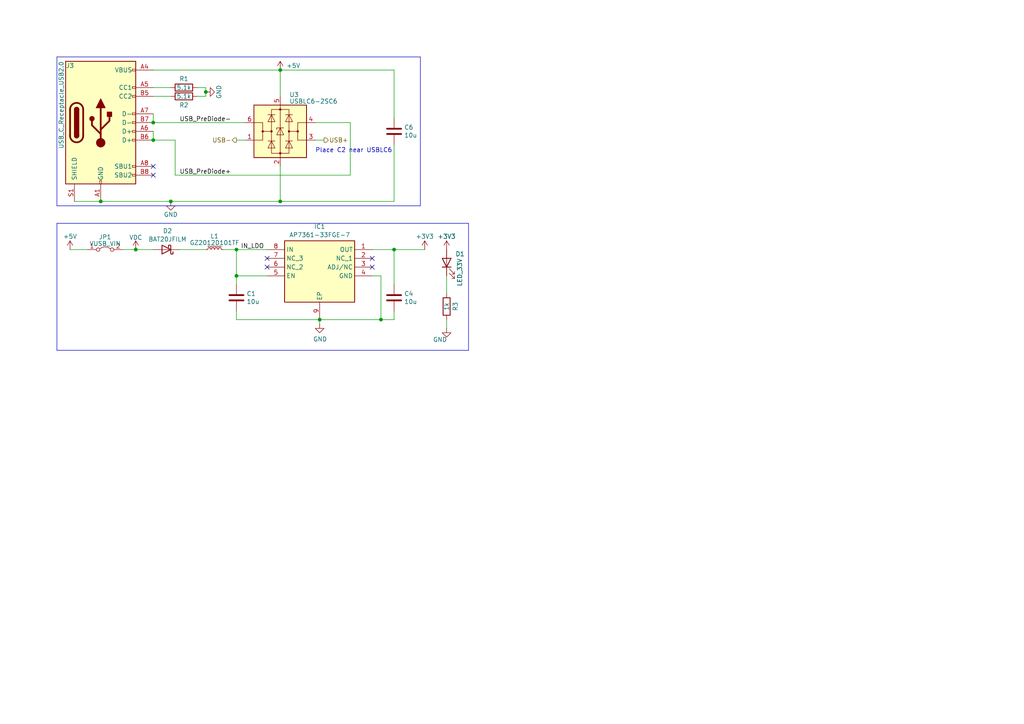
<source format=kicad_sch>
(kicad_sch (version 20231120) (generator "eeschema") (generator_version "8.0")
  (paper "A4")
  (lib_symbols
    (symbol "AREA_composant:AP7361-33FGE-7"
      (property "Reference" "IC" (at 26.67 7.62 0))
      (property "Value" "AP7361-33FGE-7" (at -11.43 8.89 0))
      (symbol "AP7361-33FGE-7_1_1"
        (rectangle (start -10.16 -11.43) (end 10.16 6.35) (stroke (width 0.254)) (fill (type background)))
        (pin passive line (at 15.24 3.81 180) (length 5.08) (name "OUT") (number "1"))
        (pin passive line (at 15.24 1.27 180) (length 5.08) (name "NC_1") (number "2"))
        (pin passive line (at 15.24 -1.27 180) (length 5.08) (name "ADJ/NC") (number "3"))
        (pin passive line (at 15.24 -3.81 180) (length 5.08) (name "GND") (number "4"))
        (pin passive line (at -15.24 -3.81 0) (length 5.08) (name "EN") (number "5"))
        (pin passive line (at -15.24 -1.27 0) (length 5.08) (name "NC_2") (number "6"))
        (pin passive line (at -15.24 1.27 0) (length 5.08) (name "NC_3") (number "7"))
        (pin passive line (at -15.24 3.81 0) (length 5.08) (name "IN") (number "8"))
        (pin passive line (at 0 -16.51 90) (length 5.08) (name "EP") (number "9"))
      )
    )
    (symbol "Device:C" (pin_numbers hide) (pin_names (offset 0.254))
      (property "Reference" "C" (at 0.635 2.54 0))
      (property "Value" "C" (at 0.635 -2.54 0))
      (symbol "C_0_1"
        (polyline (pts (xy -2.032 -0.762) (xy 2.032 -0.762)) (stroke (width 0.508)))
        (polyline (pts (xy -2.032 0.762) (xy 2.032 0.762)) (stroke (width 0.508)))
      )
      (symbol "C_1_1"
        (pin passive line (at 0 3.81 270) (length 2.794) (name "~") (number "1"))
        (pin passive line (at 0 -3.81 90) (length 2.794) (name "~") (number "2"))
      )
    )
    (symbol "Device:D_Schottky" (pin_numbers hide) (pin_names (offset 1.016) hide)
      (property "Reference" "D" (at 0 2.54 0))
      (property "Value" "D_Schottky" (at 0 -2.54 0))
      (symbol "D_Schottky_0_1"
        (polyline (pts (xy 1.27 0) (xy -1.27 0)))
        (polyline (pts (xy 1.27 1.27) (xy 1.27 -1.27) (xy -1.27 0) (xy 1.27 1.27)) (stroke (width 0.254)))
        (polyline (pts (xy -1.905 0.635) (xy -1.905 1.27) (xy -1.27 1.27) (xy -1.27 -1.27) (xy -0.635 -1.27) (xy -0.635 -0.635)) (stroke (width 0.254)))
      )
      (symbol "D_Schottky_1_1"
        (pin passive line (at -3.81 0 0) (length 2.54) (name "K") (number "1"))
        (pin passive line (at 3.81 0 180) (length 2.54) (name "A") (number "2"))
      )
    )
    (symbol "Device:LED" (pin_numbers hide) (pin_names (offset 1.016) hide)
      (property "Reference" "D" (at 0 2.54 0))
      (property "Value" "LED" (at 0 -2.54 0))
      (symbol "LED_0_1"
        (polyline (pts (xy -1.27 -1.27) (xy -1.27 1.27)) (stroke (width 0.254)))
        (polyline (pts (xy -1.27 0) (xy 1.27 0)))
        (polyline (pts (xy 1.27 -1.27) (xy 1.27 1.27) (xy -1.27 0) (xy 1.27 -1.27)) (stroke (width 0.254)))
        (polyline (pts (xy -3.048 -0.762) (xy -4.572 -2.286) (xy -3.81 -2.286) (xy -4.572 -2.286) (xy -4.572 -1.524)))
        (polyline (pts (xy -1.778 -0.762) (xy -3.302 -2.286) (xy -2.54 -2.286) (xy -3.302 -2.286) (xy -3.302 -1.524)))
      )
      (symbol "LED_1_1"
        (pin passive line (at -3.81 0 0) (length 2.54) (name "K") (number "1"))
        (pin passive line (at 3.81 0 180) (length 2.54) (name "A") (number "2"))
      )
    )
    (symbol "Device:L_Ferrite_Small" (pin_numbers hide) (pin_names (offset 0.254) hide)
      (property "Reference" "L" (at 1.27 1.016 0))
      (property "Value" "L_Ferrite_Small" (at 1.27 -1.27 0))
      (symbol "L_Ferrite_Small_0_1"
        (arc (start 0 -2.032) (mid 0.5058 -1.524) (end 0 -1.016))
        (arc (start 0 -1.016) (mid 0.5058 -0.508) (end 0 0))
        (polyline (pts (xy 0.762 -1.905) (xy 0.762 -1.651)))
        (polyline (pts (xy 0.762 -1.397) (xy 0.762 -1.143)))
        (polyline (pts (xy 0.762 -0.889) (xy 0.762 -0.635)))
        (polyline (pts (xy 0.762 -0.381) (xy 0.762 -0.127)))
        (polyline (pts (xy 0.762 0.127) (xy 0.762 0.381)))
        (polyline (pts (xy 0.762 0.635) (xy 0.762 0.889)))
        (polyline (pts (xy 0.762 1.143) (xy 0.762 1.397)))
        (polyline (pts (xy 0.762 1.651) (xy 0.762 1.905)))
        (polyline (pts (xy 1.016 -1.651) (xy 1.016 -1.905)))
        (polyline (pts (xy 1.016 -1.143) (xy 1.016 -1.397)))
        (polyline (pts (xy 1.016 -0.635) (xy 1.016 -0.889)))
        (polyline (pts (xy 1.016 -0.127) (xy 1.016 -0.381)))
        (polyline (pts (xy 1.016 0.381) (xy 1.016 0.127)))
        (polyline (pts (xy 1.016 0.889) (xy 1.016 0.635)))
        (polyline (pts (xy 1.016 1.397) (xy 1.016 1.143)))
        (polyline (pts (xy 1.016 1.905) (xy 1.016 1.651)))
        (arc (start 0 0) (mid 0.5058 0.508) (end 0 1.016))
        (arc (start 0 1.016) (mid 0.5058 1.524) (end 0 2.032))
      )
      (symbol "L_Ferrite_Small_1_1"
        (pin passive line (at 0 2.54 270) (length 0.508) (name "~") (number "1"))
        (pin passive line (at 0 -2.54 90) (length 0.508) (name "~") (number "2"))
      )
    )
    (symbol "Device:R" (pin_numbers hide) (pin_names (offset 0))
      (property "Reference" "R" (at 2.032 0 90))
      (property "Value" "R" (at 0 0 90))
      (symbol "R_0_1"
        (rectangle (start -1.016 -2.54) (end 1.016 2.54) (stroke (width 0.254)))
      )
      (symbol "R_1_1"
        (pin passive line (at 0 3.81 270) (length 1.27) (name "~") (number "1"))
        (pin passive line (at 0 -3.81 90) (length 1.27) (name "~") (number "2"))
      )
    )
    (symbol "IO_Board_V1-rescue:USB_C_Receptacle_USB2.0-Connector" (pin_names (offset 1.016))
      (property "Reference" "J" (at -10.16 19.05 0))
      (property "Value" "USB_C_Receptacle_USB2.0-Connector" (at 19.05 19.05 0))
      (symbol "USB_C_Receptacle_USB2.0-Connector_0_0"
        (rectangle (start -0.254 -17.78) (end 0.254 -16.764))
        (rectangle (start 10.16 -14.986) (end 9.144 -15.494))
        (rectangle (start 10.16 -12.446) (end 9.144 -12.954))
        (rectangle (start 10.16 -4.826) (end 9.144 -5.334))
        (rectangle (start 10.16 -2.286) (end 9.144 -2.794))
        (rectangle (start 10.16 0.254) (end 9.144 -0.254))
        (rectangle (start 10.16 2.794) (end 9.144 2.286))
        (rectangle (start 10.16 7.874) (end 9.144 7.366))
        (rectangle (start 10.16 10.414) (end 9.144 9.906))
        (rectangle (start 10.16 15.494) (end 9.144 14.986))
      )
      (symbol "USB_C_Receptacle_USB2.0-Connector_0_1"
        (rectangle (start -10.16 17.78) (end 10.16 -17.78) (stroke (width 0.254)) (fill (type background)))
        (arc (start -8.89 -3.81) (mid -6.985 -5.7067) (end -5.08 -3.81) (stroke (width 0.508)))
        (arc (start -7.62 -3.81) (mid -6.985 -4.4423) (end -6.35 -3.81) (stroke (width 0.254)))
        (arc (start -7.62 -3.81) (mid -6.985 -4.4423) (end -6.35 -3.81) (stroke (width 0.254)) (fill (type outline)))
        (rectangle (start -7.62 -3.81) (end -6.35 3.81) (stroke (width 0.254)) (fill (type outline)))
        (arc (start -6.35 3.81) (mid -6.985 4.4423) (end -7.62 3.81) (stroke (width 0.254)))
        (arc (start -6.35 3.81) (mid -6.985 4.4423) (end -7.62 3.81) (stroke (width 0.254)) (fill (type outline)))
        (arc (start -5.08 3.81) (mid -6.985 5.7067) (end -8.89 3.81) (stroke (width 0.508)))
        (circle (center -2.54 1.143) (radius 0.635) (stroke (width 0.254)) (fill (type outline)))
        (circle (center 0 -5.842) (radius 1.27) (fill (type outline)))
        (polyline (pts (xy -8.89 -3.81) (xy -8.89 3.81)) (stroke (width 0.508)))
        (polyline (pts (xy -5.08 3.81) (xy -5.08 -3.81)) (stroke (width 0.508)))
        (polyline (pts (xy 0 -5.842) (xy 0 4.318)) (stroke (width 0.508)))
        (polyline (pts (xy 0 -3.302) (xy -2.54 -0.762) (xy -2.54 0.508)) (stroke (width 0.508)))
        (polyline (pts (xy 0 -2.032) (xy 2.54 0.508) (xy 2.54 1.778)) (stroke (width 0.508)))
        (polyline (pts (xy -1.27 4.318) (xy 0 6.858) (xy 1.27 4.318) (xy -1.27 4.318)) (stroke (width 0.254)) (fill (type outline)))
        (rectangle (start 1.905 1.778) (end 3.175 3.048) (stroke (width 0.254)) (fill (type outline)))
      )
      (symbol "USB_C_Receptacle_USB2.0-Connector_1_1"
        (pin passive line (at 0 -22.86 90) (length 5.08) (name "GND") (number "A1"))
        (pin passive line (at 0 -22.86 90) (length 5.08) hide (name "GND") (number "A12"))
        (pin passive line (at 15.24 15.24 180) (length 5.08) (name "VBUS") (number "A4"))
        (pin bidirectional line (at 15.24 10.16 180) (length 5.08) (name "CC1") (number "A5"))
        (pin bidirectional line (at 15.24 -2.54 180) (length 5.08) (name "D+") (number "A6"))
        (pin bidirectional line (at 15.24 2.54 180) (length 5.08) (name "D-") (number "A7"))
        (pin bidirectional line (at 15.24 -12.7 180) (length 5.08) (name "SBU1") (number "A8"))
        (pin passive line (at 15.24 15.24 180) (length 5.08) hide (name "VBUS") (number "A9"))
        (pin passive line (at 0 -22.86 90) (length 5.08) hide (name "GND") (number "B1"))
        (pin passive line (at 0 -22.86 90) (length 5.08) hide (name "GND") (number "B12"))
        (pin passive line (at 15.24 15.24 180) (length 5.08) hide (name "VBUS") (number "B4"))
        (pin bidirectional line (at 15.24 7.62 180) (length 5.08) (name "CC2") (number "B5"))
        (pin bidirectional line (at 15.24 -5.08 180) (length 5.08) (name "D+") (number "B6"))
        (pin bidirectional line (at 15.24 0 180) (length 5.08) (name "D-") (number "B7"))
        (pin bidirectional line (at 15.24 -15.24 180) (length 5.08) (name "SBU2") (number "B8"))
        (pin passive line (at 15.24 15.24 180) (length 5.08) hide (name "VBUS") (number "B9"))
        (pin passive line (at -7.62 -22.86 90) (length 5.08) (name "SHIELD") (number "S1"))
      )
    )
    (symbol "Jumper:Jumper_2_Bridged" (pin_names (offset 0) hide)
      (property "Reference" "JP" (at 0 1.905 0))
      (property "Value" "Jumper_2_Bridged" (at 0 -2.54 0))
      (symbol "Jumper_2_Bridged_0_0"
        (circle (center -2.032 0) (radius 0.508))
        (circle (center 2.032 0) (radius 0.508))
      )
      (symbol "Jumper_2_Bridged_0_1"
        (arc (start 1.524 0.254) (mid 0 0.762) (end -1.524 0.254))
      )
      (symbol "Jumper_2_Bridged_1_1"
        (pin passive line (at -5.08 0 0) (length 2.54) (name "A") (number "1"))
        (pin passive line (at 5.08 0 180) (length 2.54) (name "B") (number "2"))
      )
    )
    (symbol "Power_Protection:USBLC6-2SC6" (pin_names hide)
      (property "Reference" "U" (at 2.54 8.89 0))
      (property "Value" "USBLC6-2SC6" (at 2.54 -8.89 0))
      (symbol "USBLC6-2SC6_0_1"
        (rectangle (start -7.62 -7.62) (end 7.62 7.62) (stroke (width 0.254)) (fill (type background)))
        (circle (center -5.08 0) (radius 0.254) (fill (type outline)))
        (circle (center -2.54 0) (radius 0.254) (fill (type outline)))
        (rectangle (start -2.54 6.35) (end 2.54 -6.35))
        (circle (center 0 -6.35) (radius 0.254) (fill (type outline)))
        (polyline (pts (xy -5.08 -2.54) (xy -7.62 -2.54)))
        (polyline (pts (xy -5.08 0) (xy -5.08 -2.54)))
        (polyline (pts (xy -5.08 2.54) (xy -7.62 2.54)))
        (polyline (pts (xy -1.524 -2.794) (xy -3.556 -2.794)))
        (polyline (pts (xy -1.524 4.826) (xy -3.556 4.826)))
        (polyline (pts (xy 0 -7.62) (xy 0 -6.35)))
        (polyline (pts (xy 0 -6.35) (xy 0 1.27)))
        (polyline (pts (xy 0 1.27) (xy 0 6.35)))
        (polyline (pts (xy 0 6.35) (xy 0 7.62)))
        (polyline (pts (xy 1.524 -2.794) (xy 3.556 -2.794)))
        (polyline (pts (xy 1.524 4.826) (xy 3.556 4.826)))
        (polyline (pts (xy 5.08 -2.54) (xy 7.62 -2.54)))
        (polyline (pts (xy 5.08 0) (xy 5.08 -2.54)))
        (polyline (pts (xy 5.08 2.54) (xy 7.62 2.54)))
        (polyline (pts (xy -2.54 0) (xy -5.08 0) (xy -5.08 2.54)))
        (polyline (pts (xy 2.54 0) (xy 5.08 0) (xy 5.08 2.54)))
        (polyline (pts (xy -3.556 -4.826) (xy -1.524 -4.826) (xy -2.54 -2.794) (xy -3.556 -4.826)))
        (polyline (pts (xy -3.556 2.794) (xy -1.524 2.794) (xy -2.54 4.826) (xy -3.556 2.794)))
        (polyline (pts (xy -1.016 -1.016) (xy 1.016 -1.016) (xy 0 1.016) (xy -1.016 -1.016)))
        (polyline (pts (xy 1.016 1.016) (xy 0.762 1.016) (xy -1.016 1.016) (xy -1.016 0.508)))
        (polyline (pts (xy 3.556 -4.826) (xy 1.524 -4.826) (xy 2.54 -2.794) (xy 3.556 -4.826)))
        (polyline (pts (xy 3.556 2.794) (xy 1.524 2.794) (xy 2.54 4.826) (xy 3.556 2.794)))
        (circle (center 0 6.35) (radius 0.254) (fill (type outline)))
        (circle (center 2.54 0) (radius 0.254) (fill (type outline)))
        (circle (center 5.08 0) (radius 0.254) (fill (type outline)))
      )
      (symbol "USBLC6-2SC6_1_1"
        (pin passive line (at -10.16 -2.54 0) (length 2.54) (name "I/O1") (number "1"))
        (pin passive line (at 0 -10.16 90) (length 2.54) (name "GND") (number "2"))
        (pin passive line (at 10.16 -2.54 180) (length 2.54) (name "I/O2") (number "3"))
        (pin passive line (at 10.16 2.54 180) (length 2.54) (name "I/O2") (number "4"))
        (pin passive line (at 0 10.16 270) (length 2.54) (name "VBUS") (number "5"))
        (pin passive line (at -10.16 2.54 0) (length 2.54) (name "I/O1") (number "6"))
      )
    )
    (symbol "power:+3.3V" (power) (pin_names (offset 0))
      (property "Value" "+3.3V" (at 0 3.556 0))
      (symbol "+3.3V_0_1"
        (polyline (pts (xy -0.762 1.27) (xy 0 2.54)))
        (polyline (pts (xy 0 0) (xy 0 2.54)))
        (polyline (pts (xy 0 2.54) (xy 0.762 1.27)))
      )
      (symbol "+3.3V_1_1"
        (pin power_in line (at 0 0 90) (length 0) hide (name "+3V3") (number "1"))
      )
    )
    (symbol "power:+5V" (power) (pin_names (offset 0))
      (property "Value" "+5V" (at 0 3.556 0))
      (symbol "+5V_0_1"
        (polyline (pts (xy -0.762 1.27) (xy 0 2.54)))
        (polyline (pts (xy 0 0) (xy 0 2.54)))
        (polyline (pts (xy 0 2.54) (xy 0.762 1.27)))
      )
      (symbol "+5V_1_1"
        (pin power_in line (at 0 0 90) (length 0) hide (name "+5V") (number "1"))
      )
    )
    (symbol "power:GND" (power) (pin_names (offset 0))
      (property "Value" "GND" (at 0 -3.81 0))
      (symbol "GND_0_1"
        (polyline (pts (xy 0 0) (xy 0 -1.27) (xy 1.27 -1.27) (xy 0 -2.54) (xy -1.27 -1.27) (xy 0 -1.27)))
      )
      (symbol "GND_1_1"
        (pin power_in line (at 0 0 270) (length 0) hide (name "GND") (number "1"))
      )
    )
    (symbol "power:VDC" (power) (pin_names (offset 0))
      (property "Value" "VDC" (at 0 6.35 0))
      (symbol "VDC_0_1"
        (polyline (pts (xy -0.762 1.27) (xy 0 2.54)))
        (polyline (pts (xy 0 0) (xy 0 2.54)))
        (polyline (pts (xy 0 2.54) (xy 0.762 1.27)))
      )
      (symbol "VDC_1_1"
        (pin power_in line (at 0 0 90) (length 0) hide (name "VDC") (number "1"))
      )
    )
  )
  (junction (at 81.28 58.42))
  (junction (at 44.45 35.56))
  (junction (at 81.28 20.32))
  (junction (at 114.3 72.39))
  (junction (at 110.49 92.71))
  (junction (at 68.58 72.39))
  (junction (at 29.21 58.42))
  (junction (at 44.45 40.64))
  (junction (at 49.53 58.42))
  (junction (at 68.58 80.01))
  (junction (at 39.37 72.39))
  (junction (at 92.71 92.71))
  (junction (at 59.69 26.67))
  (no_connect (at 77.47 77.47))
  (no_connect (at 44.45 48.26))
  (no_connect (at 44.45 50.8))
  (no_connect (at 107.95 74.93))
  (no_connect (at 77.47 74.93))
  (no_connect (at 107.95 77.47))
  (wire (pts (xy 35.56 72.39) (xy 39.37 72.39)))
  (wire (pts (xy 110.49 80.01) (xy 107.95 80.01)))
  (wire (pts (xy 110.49 80.01) (xy 110.49 92.71)))
  (wire (pts (xy 50.8 50.8) (xy 101.6 50.8)))
  (wire (pts (xy 59.69 26.67) (xy 59.69 27.94)))
  (wire (pts (xy 44.45 35.56) (xy 71.12 35.56)))
  (polyline (pts (xy 121.92 16.51) (xy 121.92 59.69)))
  (wire (pts (xy 50.8 40.64) (xy 44.45 40.64)))
  (wire (pts (xy 101.6 35.56) (xy 101.6 50.8)))
  (wire (pts (xy 68.58 82.55) (xy 68.58 80.01)))
  (wire (pts (xy 114.3 92.71) (xy 114.3 90.17)))
  (wire (pts (xy 57.15 27.94) (xy 59.69 27.94)))
  (wire (pts (xy 92.71 93.98) (xy 92.71 92.71)))
  (polyline (pts (xy 16.51 64.77) (xy 135.89 64.77)))
  (wire (pts (xy 81.28 20.32) (xy 114.3 20.32)))
  (wire (pts (xy 114.3 72.39) (xy 123.19 72.39)))
  (wire (pts (xy 52.07 72.39) (xy 59.69 72.39)))
  (wire (pts (xy 50.8 50.8) (xy 50.8 40.64)))
  (wire (pts (xy 68.58 92.71) (xy 68.58 90.17)))
  (wire (pts (xy 93.98 40.64) (xy 91.44 40.64)))
  (wire (pts (xy 21.59 58.42) (xy 29.21 58.42)))
  (wire (pts (xy 68.58 40.64) (xy 71.12 40.64)))
  (polyline (pts (xy 135.89 101.6) (xy 16.51 101.6)))
  (wire (pts (xy 59.69 25.4) (xy 59.69 26.67)))
  (wire (pts (xy 129.54 92.71) (xy 129.54 95.25)))
  (wire (pts (xy 49.53 58.42) (xy 81.28 58.42)))
  (wire (pts (xy 110.49 92.71) (xy 114.3 92.71)))
  (wire (pts (xy 107.95 72.39) (xy 114.3 72.39)))
  (wire (pts (xy 81.28 20.32) (xy 81.28 27.94)))
  (wire (pts (xy 68.58 92.71) (xy 92.71 92.71)))
  (wire (pts (xy 44.45 35.56) (xy 44.45 33.02)))
  (wire (pts (xy 92.71 92.71) (xy 110.49 92.71)))
  (wire (pts (xy 114.3 82.55) (xy 114.3 72.39)))
  (wire (pts (xy 68.58 80.01) (xy 68.58 72.39)))
  (wire (pts (xy 39.37 72.39) (xy 44.45 72.39)))
  (polyline (pts (xy 121.92 59.69) (xy 16.51 59.69)))
  (wire (pts (xy 91.44 35.56) (xy 101.6 35.56)))
  (wire (pts (xy 20.32 72.39) (xy 25.4 72.39)))
  (wire (pts (xy 81.28 58.42) (xy 114.3 58.42)))
  (polyline (pts (xy 16.51 16.51) (xy 16.51 59.69)))
  (wire (pts (xy 114.3 58.42) (xy 114.3 41.91)))
  (polyline (pts (xy 135.89 64.77) (xy 135.89 101.6)))
  (wire (pts (xy 44.45 25.4) (xy 49.53 25.4)))
  (wire (pts (xy 129.54 80.01) (xy 129.54 85.09)))
  (wire (pts (xy 68.58 80.01) (xy 77.47 80.01)))
  (wire (pts (xy 81.28 48.26) (xy 81.28 58.42)))
  (wire (pts (xy 64.77 72.39) (xy 68.58 72.39)))
  (wire (pts (xy 68.58 72.39) (xy 77.47 72.39)))
  (wire (pts (xy 44.45 38.1) (xy 44.45 40.64)))
  (polyline (pts (xy 16.51 16.51) (xy 121.92 16.51)))
  (wire (pts (xy 44.45 27.94) (xy 49.53 27.94)))
  (polyline (pts (xy 16.51 64.77) (xy 16.51 101.6)))
  (wire (pts (xy 29.21 58.42) (xy 49.53 58.42)))
  (wire (pts (xy 57.15 25.4) (xy 59.69 25.4)))
  (wire (pts (xy 44.45 20.32) (xy 81.28 20.32)))
  (wire (pts (xy 114.3 20.32) (xy 114.3 34.29)))
  (text "Place C2 near USBLC6" (at 91.44 44.45 0) (effects (font (size 1.27 1.27)) (justify left bottom)))
  (label "USB_PreDiode+" (at 52.07 50.8 0))
  (label "USB_PreDiode-" (at 52.07 35.56 0))
  (label "IN_LDO" (at 69.85 72.39 0))
  (hierarchical_label "USB-" (shape output) (at 68.58 40.64 180))
  (hierarchical_label "USB+" (shape output) (at 93.98 40.64 0))
  (symbol (lib_id "Device:LED") (at 129.54 76.2 90) (unit 1)
    (property "Reference" "D1" (at 132.08 73.66 90) (effects (justify right)))
    (property "Value" "LED_33V" (at 133.35 74.93 0) (effects (justify right)))
    (property "Footprint" "LED_SMD:LED_0603_1608Metric" (effects (hide yes)))
    (instances (project "Roboty_rev3_H7" (path "" (reference "D1") (unit 1))) (project "PCB_Lidar" (path "" (reference "D2") (unit 1))))
  )
  (symbol (lib_id "Device:R") (at 53.34 25.4 90) (unit 1)
    (property "Reference" "R1" (at 53.34 22.86 90))
    (property "Value" "5.1k" (at 53.34 25.4 90))
    (property "Footprint" "Resistor_SMD:R_0603_1608Metric" (effects (hide yes)))
  )
  (symbol (lib_id "Power_Protection:USBLC6-2SC6") (at 81.28 38.1 0) (unit 1)
    (property "Reference" "U3" (at 83.9217 27.4701 0) (effects (justify left)))
    (property "Value" "USBLC6-2SC6" (at 83.9217 29.3911 0) (effects (justify left)))
    (property "Footprint" "Package_TO_SOT_SMD:SOT-23-6" (effects (hide yes)))
    (property "Datasheet" "https://www.st.com/resource/en/datasheet/usblc6-2.pdf" (effects (hide yes)))
  )
  (symbol (lib_id "power:+5V") (at 81.28 20.32 0) (unit 1)
    (property "Reference" "#PWR09" (effects (hide yes)))
    (property "Value" "+5V" (at 85.09 19.05 0))
    (instances (project "Roboty_rev3_H7" (path "" (reference "#PWR09") (unit 1))) (project "PCB_Lidar" (path "" (reference "#PWR018") (unit 1))))
  )
  (symbol (lib_id "Device:C") (at 114.3 86.36 0) (unit 1)
    (property "Reference" "C4" (at 117.221 85.1916 0) (effects (justify left)))
    (property "Value" "10u" (at 117.221 87.503 0) (effects (justify left)))
    (property "Footprint" "Capacitor_SMD:C_0603_1608Metric" (effects (hide yes)))
  )
  (symbol (lib_id "power:GND") (at 129.54 95.25 0) (unit 1)
    (property "Reference" "#PWR08" (effects (hide yes)))
    (property "Value" "GND" (at 129.667 98.5012 0) (effects (justify right)))
    (instances (project "Roboty_rev3_H7" (path "" (reference "#PWR08") (unit 1))) (project "PCB_Lidar" (path "" (reference "#PWR014") (unit 1))))
  )
  (symbol (lib_id "power:+5V") (at 20.32 72.39 0) (unit 1)
    (property "Reference" "#PWR01" (effects (hide yes)))
    (property "Value" "+5V" (at 20.32 68.58 0))
  )
  (symbol (lib_id "Jumper:Jumper_2_Bridged") (at 30.48 72.39 0) (unit 1)
    (property "Reference" "JP1" (at 30.48 68.7451 0))
    (property "Value" "VUSB_VIN" (at 30.48 70.6661 0))
    (property "Footprint" "Jumper:SolderJumper-2_P1.3mm_Bridged_RoundedPad1.0x1.5mm" (effects (hide yes)))
  )
  (symbol (lib_id "Device:C") (at 114.3 38.1 0) (unit 1)
    (property "Reference" "C6" (at 117.221 36.9316 0) (effects (justify left)))
    (property "Value" "10u" (at 117.221 39.243 0) (effects (justify left)))
    (property "Footprint" "Capacitor_SMD:C_0603_1608Metric" (effects (hide yes)))
  )
  (symbol (lib_id "power:GND") (at 92.71 93.98 0) (unit 1)
    (property "Reference" "#PWR04" (effects (hide yes)))
    (property "Value" "GND" (at 92.837 98.3742 0))
    (instances (project "Roboty_rev3_H7" (path "" (reference "#PWR04") (unit 1))) (project "PCB_Lidar" (path "" (reference "#PWR06") (unit 1))))
  )
  (symbol (lib_id "power:+3.3V") (at 129.54 72.39 0) (unit 1)
    (property "Reference" "#PWR07" (effects (hide yes)))
    (property "Value" "+3V3" (at 129.54 68.58 0))
    (instances (project "Roboty_rev3_H7" (path "" (reference "#PWR07") (unit 1))) (project "PCB_Lidar" (path "" (reference "#PWR013") (unit 1))))
  )
  (symbol (lib_id "power:GND") (at 59.69 26.67 90) (unit 1)
    (property "Reference" "#PWR02" (effects (hide yes)))
    (property "Value" "GND" (at 63.5 26.67 0))
    (instances (project "Roboty_rev3_H7" (path "" (reference "#PWR02") (unit 1))) (project "PCB_Lidar" (path "" (reference "#PWR09") (unit 1))))
  )
  (symbol (lib_id "power:+3.3V") (at 123.19 72.39 0) (unit 1)
    (property "Reference" "#PWR06" (effects (hide yes)))
    (property "Value" "+3V3" (at 123.19 68.58 0))
    (instances (project "Roboty_rev3_H7" (path "" (reference "#PWR06") (unit 1))) (project "PCB_Lidar" (path "" (reference "#PWR012") (unit 1))))
  )
  (symbol (lib_id "Device:L_Ferrite_Small") (at 62.23 72.39 90) (unit 1)
    (property "Reference" "L1" (at 62.23 68.4911 90))
    (property "Value" "GZ2012D101TF" (at 62.23 70.4121 90))
    (property "Footprint" "Inductor_SMD:L_0805_2012Metric" (effects (hide yes)))
  )
  (symbol (lib_id "Device:C") (at 68.58 86.36 0) (unit 1)
    (property "Reference" "C1" (at 71.501 85.1916 0) (effects (justify left)))
    (property "Value" "10u" (at 71.501 87.503 0) (effects (justify left)))
    (property "Footprint" "Capacitor_SMD:C_0603_1608Metric" (effects (hide yes)))
  )
  (symbol (lib_id "AREA_composant:AP7361-33FGE-7") (at 92.71 76.2 0) (unit 1)
    (property "Reference" "IC1" (at 92.71 65.7057 0))
    (property "Value" "AP7361-33FGE-7" (at 92.71 68.1299 0))
    (property "Footprint" "Package_SON:VSON-8-1EP_3x3mm_P0.65mm_EP1.65x2.4mm" (effects (hide yes)))
    (property "Datasheet" "https://www.diodes.com/assets/Datasheets/AP7361.pdf" (effects (hide yes)))
    (property "Height" "0.63" (effects (hide yes)))
    (property "Manufacturer_Name" "Diodes Incorporated" (effects (hide yes)))
    (property "Manufacturer_Part_Number" "AP7361-33FGE-7" (effects (hide yes)))
    (property "Mouser Part Number" "621-AP7361-33FGE-7" (effects (hide yes)))
    (property "Mouser Price/Stock" "https://www.mouser.co.uk/ProductDetail/Diodes-Incorporated/AP7361-33FGE-7?qs=QuKtCJqbFLqbL5G%252BE9vLnA%3D%3D" (effects (hide yes)))
    (property "Arrow Part Number" "AP7361-33FGE-7" (effects (hide yes)))
    (property "Arrow Price/Stock" "https://www.arrow.com/en/products/ap7361-33fge-7/diodes-incorporated?region=asia" (effects (hide yes)))
  )
  (symbol (lib_id "IO_Board_V1-rescue:USB_C_Receptacle_USB2.0-Connector") (at 29.21 35.56 0) (unit 1)
    (property "Reference" "J3" (at 20.32 19.05 0))
    (property "Value" "USB_C_Receptacle_USB2.0" (at 17.78 30.48 90))
    (property "Footprint" "Connector_USB:USB_C_Receptacle_GCT_USB4105-xx-A_16P_TopMnt_Horizontal" (effects (hide yes)))
    (property "Datasheet" "https://www.usb.org/sites/default/files/documents/usb_type-c.zip" (effects (hide yes)))
  )
  (symbol (lib_id "Device:R") (at 53.34 27.94 90) (unit 1)
    (property "Reference" "R2" (at 53.34 30.48 90))
    (property "Value" "5.1k" (at 53.34 27.94 90))
    (property "Footprint" "Resistor_SMD:R_0603_1608Metric" (effects (hide yes)))
  )
  (symbol (lib_id "power:GND") (at 49.53 58.42 0) (unit 1)
    (property "Reference" "#PWR05" (effects (hide yes)))
    (property "Value" "GND" (at 49.53 62.23 0))
    (instances (project "Roboty_rev3_H7" (path "" (reference "#PWR05") (unit 1))) (project "PCB_Lidar" (path "" (reference "#PWR09") (unit 1))))
  )
  (symbol (lib_id "Device:R") (at 129.54 88.9 180) (unit 1)
    (property "Reference" "R3" (at 132.08 88.9 90))
    (property "Value" "1k" (at 129.54 88.9 90))
    (property "Footprint" "Resistor_SMD:R_0603_1608Metric" (effects (hide yes)))
    (instances (project "Roboty_rev3_H7" (path "" (reference "R3") (unit 1))) (project "PCB_Lidar" (path "" (reference "R6") (unit 1))))
  )
  (symbol (lib_id "Device:D_Schottky") (at 48.26 72.39 180) (unit 1)
    (property "Reference" "D2" (at 48.5775 66.9757 0))
    (property "Value" "BAT20JFILM" (at 48.5775 69.3999 0))
    (property "Footprint" "Diode_SMD:D_SOD-323" (effects (hide yes)))
  )
  (symbol (lib_id "power:VDC") (at 39.37 72.39 0) (unit 1)
    (property "Reference" "#PWR030" (effects (hide yes)))
    (property "Value" "VDC" (at 39.37 68.8881 0))
  )
)
</source>
